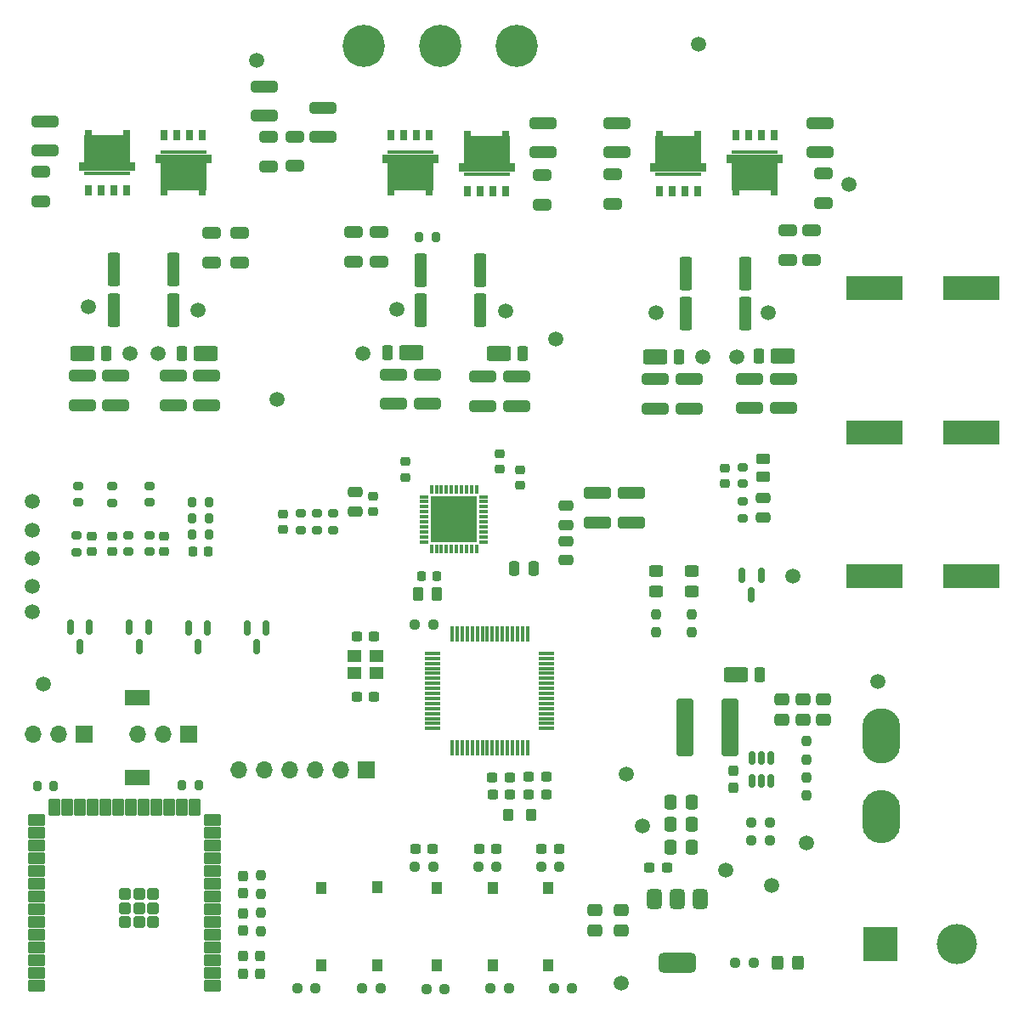
<source format=gbr>
%TF.GenerationSoftware,KiCad,Pcbnew,9.0.1*%
%TF.CreationDate,2025-04-18T15:35:09+02:00*%
%TF.ProjectId,BLDC_DRIVER,424c4443-5f44-4524-9956-45522e6b6963,rev?*%
%TF.SameCoordinates,Original*%
%TF.FileFunction,Soldermask,Top*%
%TF.FilePolarity,Negative*%
%FSLAX46Y46*%
G04 Gerber Fmt 4.6, Leading zero omitted, Abs format (unit mm)*
G04 Created by KiCad (PCBNEW 9.0.1) date 2025-04-18 15:35:09*
%MOMM*%
%LPD*%
G01*
G04 APERTURE LIST*
G04 Aperture macros list*
%AMRoundRect*
0 Rectangle with rounded corners*
0 $1 Rounding radius*
0 $2 $3 $4 $5 $6 $7 $8 $9 X,Y pos of 4 corners*
0 Add a 4 corners polygon primitive as box body*
4,1,4,$2,$3,$4,$5,$6,$7,$8,$9,$2,$3,0*
0 Add four circle primitives for the rounded corners*
1,1,$1+$1,$2,$3*
1,1,$1+$1,$4,$5*
1,1,$1+$1,$6,$7*
1,1,$1+$1,$8,$9*
0 Add four rect primitives between the rounded corners*
20,1,$1+$1,$2,$3,$4,$5,0*
20,1,$1+$1,$4,$5,$6,$7,0*
20,1,$1+$1,$6,$7,$8,$9,0*
20,1,$1+$1,$8,$9,$2,$3,0*%
%AMFreePoly0*
4,1,6,1.000000,0.000000,0.500000,-0.750000,-0.500000,-0.750000,-0.500000,0.750000,0.500000,0.750000,1.000000,0.000000,1.000000,0.000000,$1*%
%AMFreePoly1*
4,1,6,0.500000,-0.750000,-0.650000,-0.750000,-0.150000,0.000000,-0.650000,0.750000,0.500000,0.750000,0.500000,-0.750000,0.500000,-0.750000,$1*%
G04 Aperture macros list end*
%ADD10RoundRect,0.250000X0.275000X0.500000X-0.275000X0.500000X-0.275000X-0.500000X0.275000X-0.500000X0*%
%ADD11RoundRect,0.250000X0.950000X0.500000X-0.950000X0.500000X-0.950000X-0.500000X0.950000X-0.500000X0*%
%ADD12C,1.500000*%
%ADD13C,4.204000*%
%ADD14RoundRect,0.250000X0.475000X-0.250000X0.475000X0.250000X-0.475000X0.250000X-0.475000X-0.250000X0*%
%ADD15RoundRect,0.250000X0.337500X0.475000X-0.337500X0.475000X-0.337500X-0.475000X0.337500X-0.475000X0*%
%ADD16RoundRect,0.237500X0.300000X0.237500X-0.300000X0.237500X-0.300000X-0.237500X0.300000X-0.237500X0*%
%ADD17RoundRect,0.250000X-0.650000X0.325000X-0.650000X-0.325000X0.650000X-0.325000X0.650000X0.325000X0*%
%ADD18RoundRect,0.225000X0.250000X-0.225000X0.250000X0.225000X-0.250000X0.225000X-0.250000X-0.225000X0*%
%ADD19RoundRect,0.237500X-0.250000X-0.237500X0.250000X-0.237500X0.250000X0.237500X-0.250000X0.237500X0*%
%ADD20RoundRect,0.250000X1.075000X-0.312500X1.075000X0.312500X-1.075000X0.312500X-1.075000X-0.312500X0*%
%ADD21RoundRect,0.250000X0.450000X-0.262500X0.450000X0.262500X-0.450000X0.262500X-0.450000X-0.262500X0*%
%ADD22RoundRect,0.200000X-0.275000X0.200000X-0.275000X-0.200000X0.275000X-0.200000X0.275000X0.200000X0*%
%ADD23RoundRect,0.237500X0.250000X0.237500X-0.250000X0.237500X-0.250000X-0.237500X0.250000X-0.237500X0*%
%ADD24RoundRect,0.200000X-0.200000X-0.275000X0.200000X-0.275000X0.200000X0.275000X-0.200000X0.275000X0*%
%ADD25RoundRect,0.237500X0.237500X-0.250000X0.237500X0.250000X-0.237500X0.250000X-0.237500X-0.250000X0*%
%ADD26RoundRect,0.250000X0.250000X0.475000X-0.250000X0.475000X-0.250000X-0.475000X0.250000X-0.475000X0*%
%ADD27RoundRect,0.200000X0.275000X-0.200000X0.275000X0.200000X-0.275000X0.200000X-0.275000X-0.200000X0*%
%ADD28R,1.700000X1.700000*%
%ADD29O,1.700000X1.700000*%
%ADD30RoundRect,0.250000X1.100000X-0.325000X1.100000X0.325000X-1.100000X0.325000X-1.100000X-0.325000X0*%
%ADD31RoundRect,0.102000X0.750000X0.450000X-0.750000X0.450000X-0.750000X-0.450000X0.750000X-0.450000X0*%
%ADD32RoundRect,0.102000X0.450000X0.750000X-0.450000X0.750000X-0.450000X-0.750000X0.450000X-0.750000X0*%
%ADD33RoundRect,0.102000X0.450000X0.450000X-0.450000X0.450000X-0.450000X-0.450000X0.450000X-0.450000X0*%
%ADD34RoundRect,0.237500X-0.300000X-0.237500X0.300000X-0.237500X0.300000X0.237500X-0.300000X0.237500X0*%
%ADD35RoundRect,0.250000X-1.075000X0.312500X-1.075000X-0.312500X1.075000X-0.312500X1.075000X0.312500X0*%
%ADD36RoundRect,0.225000X-0.250000X0.225000X-0.250000X-0.225000X0.250000X-0.225000X0.250000X0.225000X0*%
%ADD37RoundRect,0.250000X-0.950000X-0.500000X0.950000X-0.500000X0.950000X0.500000X-0.950000X0.500000X0*%
%ADD38RoundRect,0.250000X-0.275000X-0.500000X0.275000X-0.500000X0.275000X0.500000X-0.275000X0.500000X0*%
%ADD39RoundRect,0.250000X-0.362500X-1.425000X0.362500X-1.425000X0.362500X1.425000X-0.362500X1.425000X0*%
%ADD40RoundRect,0.250000X0.362500X1.425000X-0.362500X1.425000X-0.362500X-1.425000X0.362500X-1.425000X0*%
%ADD41RoundRect,0.250000X-0.337500X-0.475000X0.337500X-0.475000X0.337500X0.475000X-0.337500X0.475000X0*%
%ADD42R,1.000000X1.250000*%
%ADD43RoundRect,0.150000X0.150000X-0.512500X0.150000X0.512500X-0.150000X0.512500X-0.150000X-0.512500X0*%
%ADD44RoundRect,0.150000X-0.150000X0.587500X-0.150000X-0.587500X0.150000X-0.587500X0.150000X0.587500X0*%
%ADD45RoundRect,0.250000X0.475000X-0.337500X0.475000X0.337500X-0.475000X0.337500X-0.475000X-0.337500X0*%
%ADD46RoundRect,0.250000X-0.450000X0.325000X-0.450000X-0.325000X0.450000X-0.325000X0.450000X0.325000X0*%
%ADD47RoundRect,0.075000X-0.700000X-0.075000X0.700000X-0.075000X0.700000X0.075000X-0.700000X0.075000X0*%
%ADD48RoundRect,0.075000X-0.075000X-0.700000X0.075000X-0.700000X0.075000X0.700000X-0.075000X0.700000X0*%
%ADD49RoundRect,0.237500X-0.237500X0.300000X-0.237500X-0.300000X0.237500X-0.300000X0.237500X0.300000X0*%
%ADD50R,0.750000X1.000000*%
%ADD51R,0.750000X0.475000*%
%ADD52R,4.560000X2.730000*%
%ADD53R,5.550000X0.910000*%
%ADD54R,4.560000X0.430000*%
%ADD55O,3.800000X5.500000*%
%ADD56O,3.800000X5.300000*%
%ADD57RoundRect,0.375000X-0.375000X0.625000X-0.375000X-0.625000X0.375000X-0.625000X0.375000X0.625000X0*%
%ADD58RoundRect,0.500000X-1.400000X0.500000X-1.400000X-0.500000X1.400000X-0.500000X1.400000X0.500000X0*%
%ADD59RoundRect,0.250000X0.650000X-0.325000X0.650000X0.325000X-0.650000X0.325000X-0.650000X-0.325000X0*%
%ADD60RoundRect,0.250000X0.275000X0.350000X-0.275000X0.350000X-0.275000X-0.350000X0.275000X-0.350000X0*%
%ADD61RoundRect,0.237500X0.237500X-0.300000X0.237500X0.300000X-0.237500X0.300000X-0.237500X-0.300000X0*%
%ADD62RoundRect,0.200000X0.200000X0.275000X-0.200000X0.275000X-0.200000X-0.275000X0.200000X-0.275000X0*%
%ADD63FreePoly0,0.000000*%
%ADD64FreePoly1,0.000000*%
%ADD65R,5.650000X2.350000*%
%ADD66RoundRect,0.250000X-0.262500X-0.450000X0.262500X-0.450000X0.262500X0.450000X-0.262500X0.450000X0*%
%ADD67R,0.900000X0.300000*%
%ADD68R,0.300000X0.900000*%
%ADD69R,4.600000X4.600000*%
%ADD70RoundRect,0.225000X0.225000X0.250000X-0.225000X0.250000X-0.225000X-0.250000X0.225000X-0.250000X0*%
%ADD71R,3.500000X3.500000*%
%ADD72C,4.000000*%
%ADD73R,1.400000X1.200000*%
%ADD74RoundRect,0.250000X-0.475000X0.250000X-0.475000X-0.250000X0.475000X-0.250000X0.475000X0.250000X0*%
%ADD75RoundRect,0.250000X0.325000X0.450000X-0.325000X0.450000X-0.325000X-0.450000X0.325000X-0.450000X0*%
%ADD76RoundRect,0.250000X-0.475000X0.337500X-0.475000X-0.337500X0.475000X-0.337500X0.475000X0.337500X0*%
%ADD77RoundRect,0.250000X0.600000X2.600000X-0.600000X2.600000X-0.600000X-2.600000X0.600000X-2.600000X0*%
G04 APERTURE END LIST*
%TO.C,JP2*%
G36*
X134075000Y-89100000D02*
G01*
X136525000Y-89100000D01*
X136525000Y-90600000D01*
X134075000Y-90600000D01*
X134075000Y-89100000D01*
G37*
%TO.C,JP1*%
G36*
X134075000Y-81150000D02*
G01*
X136525000Y-81150000D01*
X136525000Y-82650000D01*
X134075000Y-82650000D01*
X134075000Y-81150000D01*
G37*
%TD*%
D10*
%TO.C,D1*%
X197325000Y-79600000D03*
D11*
X194950000Y-79600000D03*
%TD*%
D12*
%TO.C,TP102*%
X157800000Y-47600000D03*
%TD*%
D13*
%TO.C,J104*%
X173100000Y-16950000D03*
X165480000Y-16950000D03*
X157860000Y-16950000D03*
%TD*%
D14*
%TO.C,C112*%
X157000000Y-63350000D03*
X157000000Y-61450000D03*
%TD*%
D12*
%TO.C,TP122*%
X124800000Y-68000000D03*
%TD*%
D15*
%TO.C,C6*%
X190537500Y-94562500D03*
X188462500Y-94562500D03*
%TD*%
D14*
%TO.C,C110*%
X178000000Y-64700000D03*
X178000000Y-62800000D03*
%TD*%
D16*
%TO.C,C12*%
X176037500Y-91575000D03*
X174312500Y-91575000D03*
%TD*%
D17*
%TO.C,C133*%
X145505000Y-35616500D03*
X145505000Y-38566500D03*
%TD*%
D18*
%TO.C,C124*%
X173400000Y-60775000D03*
X173400000Y-59225000D03*
%TD*%
D19*
%TO.C,R4*%
X196487500Y-94362500D03*
X198312500Y-94362500D03*
%TD*%
D20*
%TO.C,R142*%
X133137224Y-52783500D03*
X133137224Y-49858500D03*
%TD*%
D21*
%TO.C,R105*%
X197625000Y-59912500D03*
X197625000Y-58087500D03*
%TD*%
D12*
%TO.C,TP118*%
X130400000Y-43000000D03*
%TD*%
D19*
%TO.C,R11*%
X169275000Y-98800000D03*
X171100000Y-98800000D03*
%TD*%
D17*
%TO.C,C121*%
X175600000Y-29825000D03*
X175600000Y-32775000D03*
%TD*%
D22*
%TO.C,R125*%
X136525000Y-60825000D03*
X136525000Y-62475000D03*
%TD*%
D20*
%TO.C,R114*%
X169700000Y-52862500D03*
X169700000Y-49937500D03*
%TD*%
D12*
%TO.C,TP117*%
X172000000Y-43400000D03*
%TD*%
D20*
%TO.C,R110*%
X196262922Y-53059191D03*
X196262922Y-50134191D03*
%TD*%
D12*
%TO.C,TP125*%
X124800000Y-70800000D03*
%TD*%
%TO.C,TP112*%
X134600000Y-47600000D03*
%TD*%
D23*
%TO.C,R3*%
X198312500Y-96162500D03*
X196487500Y-96162500D03*
%TD*%
D17*
%TO.C,C132*%
X125705000Y-29516500D03*
X125705000Y-32466500D03*
%TD*%
D12*
%TO.C,TP2*%
X202000000Y-96400000D03*
%TD*%
D24*
%TO.C,R9*%
X139750000Y-90600000D03*
X141400000Y-90600000D03*
%TD*%
D12*
%TO.C,TP9*%
X149200000Y-52200000D03*
%TD*%
D25*
%TO.C,R18*%
X147600000Y-105162500D03*
X147600000Y-103337500D03*
%TD*%
D26*
%TO.C,C107*%
X174775000Y-69075000D03*
X172875000Y-69075000D03*
%TD*%
D19*
%TO.C,R12*%
X162950000Y-98750000D03*
X164775000Y-98750000D03*
%TD*%
D18*
%TO.C,C125*%
X193800000Y-60575000D03*
X193800000Y-59025000D03*
%TD*%
D27*
%TO.C,R134*%
X129200000Y-67425000D03*
X129200000Y-65775000D03*
%TD*%
D20*
%TO.C,R138*%
X190286096Y-53100000D03*
X190286096Y-50175000D03*
%TD*%
D28*
%TO.C,J2*%
X129990000Y-85600000D03*
D29*
X127450000Y-85600000D03*
X124910000Y-85600000D03*
%TD*%
D27*
%TO.C,R129*%
X195600000Y-60625000D03*
X195600000Y-58975000D03*
%TD*%
%TO.C,R124*%
X195625000Y-64025000D03*
X195625000Y-62375000D03*
%TD*%
D30*
%TO.C,C109*%
X181100000Y-64475000D03*
X181100000Y-61525000D03*
%TD*%
D31*
%TO.C,U2*%
X142750000Y-110610000D03*
X142750000Y-109340000D03*
X142750000Y-108070000D03*
X142750000Y-106800000D03*
X142750000Y-105530000D03*
X142750000Y-104260000D03*
X142750000Y-102990000D03*
X142750000Y-101720000D03*
X142750000Y-100450000D03*
X142750000Y-99180000D03*
X142750000Y-97910000D03*
X142750000Y-96640000D03*
X142750000Y-95370000D03*
X142750000Y-94100000D03*
D32*
X140985000Y-92850000D03*
X139715000Y-92850000D03*
X138445000Y-92850000D03*
X137175000Y-92850000D03*
X135905000Y-92850000D03*
X134635000Y-92850000D03*
X133365000Y-92850000D03*
X132095000Y-92850000D03*
X130825000Y-92850000D03*
X129555000Y-92850000D03*
X128285000Y-92850000D03*
X127015000Y-92850000D03*
D31*
X125250000Y-94100000D03*
X125250000Y-95370000D03*
X125250000Y-96640000D03*
X125250000Y-97910000D03*
X125250000Y-99180000D03*
X125250000Y-100450000D03*
X125250000Y-101720000D03*
X125250000Y-102990000D03*
X125250000Y-104260000D03*
X125250000Y-105530000D03*
X125250000Y-106800000D03*
X125250000Y-108070000D03*
X125250000Y-109340000D03*
X125250000Y-110610000D03*
D33*
X136900000Y-104290000D03*
X135500000Y-104290000D03*
X134100000Y-104290000D03*
X136900000Y-102890000D03*
X135500000Y-102890000D03*
X134100000Y-102890000D03*
X136900000Y-101490000D03*
X135500000Y-101490000D03*
X134100000Y-101490000D03*
%TD*%
D12*
%TO.C,TP114*%
X161200000Y-43200000D03*
%TD*%
%TO.C,TP121*%
X124800000Y-73400000D03*
%TD*%
D19*
%TO.C,R16*%
X194887500Y-108350000D03*
X196712500Y-108350000D03*
%TD*%
D22*
%TO.C,R123*%
X151600000Y-63575000D03*
X151600000Y-65225000D03*
%TD*%
D34*
%TO.C,C13*%
X175587500Y-97000000D03*
X177312500Y-97000000D03*
%TD*%
D12*
%TO.C,TP119*%
X187000000Y-43600000D03*
%TD*%
D35*
%TO.C,R112*%
X126110000Y-24496000D03*
X126110000Y-27421000D03*
%TD*%
D36*
%TO.C,C129*%
X130800000Y-65800000D03*
X130800000Y-67350000D03*
%TD*%
D37*
%TO.C,D105*%
X142124279Y-47591500D03*
D38*
X139749279Y-47591500D03*
%TD*%
D39*
%TO.C,R119*%
X132942500Y-43291500D03*
X138867500Y-43291500D03*
%TD*%
D11*
%TO.C,D102*%
X186911096Y-47937500D03*
D10*
X189286096Y-47937500D03*
%TD*%
D40*
%TO.C,R118*%
X169462500Y-39337500D03*
X163537500Y-39337500D03*
%TD*%
D20*
%TO.C,R141*%
X138874279Y-52754000D03*
X138874279Y-49829000D03*
%TD*%
D11*
%TO.C,D104*%
X171300000Y-47637500D03*
D10*
X173675000Y-47637500D03*
%TD*%
D22*
%TO.C,R127*%
X132800000Y-60850000D03*
X132800000Y-62500000D03*
%TD*%
D20*
%TO.C,R113*%
X203300000Y-27600000D03*
X203300000Y-24675000D03*
%TD*%
D41*
%TO.C,C7*%
X188462500Y-96800000D03*
X190537500Y-96800000D03*
%TD*%
D17*
%TO.C,C116*%
X202500000Y-35362500D03*
X202500000Y-38312500D03*
%TD*%
D42*
%TO.C,SW4*%
X159250000Y-108575000D03*
X159250000Y-100825000D03*
%TD*%
D19*
%TO.C,R5*%
X175537500Y-98750000D03*
X177362500Y-98750000D03*
%TD*%
D43*
%TO.C,U3*%
X196550000Y-90200000D03*
X197500000Y-90200000D03*
X198450000Y-90200000D03*
X198450000Y-87925000D03*
X197500000Y-87925000D03*
X196550000Y-87925000D03*
%TD*%
D25*
%TO.C,R2*%
X202000000Y-91675000D03*
X202000000Y-89850000D03*
%TD*%
D39*
%TO.C,R120*%
X132942500Y-39221000D03*
X138867500Y-39221000D03*
%TD*%
D34*
%TO.C,C22*%
X170662500Y-89875000D03*
X172387500Y-89875000D03*
%TD*%
D42*
%TO.C,SW1*%
X176250000Y-108625000D03*
X176250000Y-100875000D03*
%TD*%
D24*
%TO.C,R131*%
X140775000Y-65650000D03*
X142425000Y-65650000D03*
%TD*%
D12*
%TO.C,TP3*%
X198500000Y-100600000D03*
%TD*%
%TO.C,TP123*%
X124800000Y-65200000D03*
%TD*%
D20*
%TO.C,R137*%
X199662922Y-53059191D03*
X199662922Y-50134191D03*
%TD*%
D17*
%TO.C,C115*%
X142705000Y-35616500D03*
X142705000Y-38566500D03*
%TD*%
D20*
%TO.C,R109*%
X142174279Y-52754000D03*
X142174279Y-49829000D03*
%TD*%
D44*
%TO.C,D111*%
X197450000Y-69762500D03*
X195550000Y-69762500D03*
X196500000Y-71637500D03*
%TD*%
D45*
%TO.C,C9*%
X180850000Y-105137500D03*
X180850000Y-103062500D03*
%TD*%
D46*
%TO.C,D3*%
X190500000Y-69275000D03*
X190500000Y-71325000D03*
%TD*%
D47*
%TO.C,U4*%
X164750000Y-77500000D03*
X164750000Y-78000000D03*
X164750000Y-78500000D03*
X164750000Y-79000000D03*
X164750000Y-79500000D03*
X164750000Y-80000000D03*
X164750000Y-80500000D03*
X164750000Y-81000000D03*
X164750000Y-81500000D03*
X164750000Y-82000000D03*
X164750000Y-82500000D03*
X164750000Y-83000000D03*
X164750000Y-83500000D03*
X164750000Y-84000000D03*
X164750000Y-84500000D03*
X164750000Y-85000000D03*
D48*
X166675000Y-86925000D03*
X167175000Y-86925000D03*
X167675000Y-86925000D03*
X168175000Y-86925000D03*
X168675000Y-86925000D03*
X169175000Y-86925000D03*
X169675000Y-86925000D03*
X170175000Y-86925000D03*
X170675000Y-86925000D03*
X171175000Y-86925000D03*
X171675000Y-86925000D03*
X172175000Y-86925000D03*
X172675000Y-86925000D03*
X173175000Y-86925000D03*
X173675000Y-86925000D03*
X174175000Y-86925000D03*
D47*
X176100000Y-85000000D03*
X176100000Y-84500000D03*
X176100000Y-84000000D03*
X176100000Y-83500000D03*
X176100000Y-83000000D03*
X176100000Y-82500000D03*
X176100000Y-82000000D03*
X176100000Y-81500000D03*
X176100000Y-81000000D03*
X176100000Y-80500000D03*
X176100000Y-80000000D03*
X176100000Y-79500000D03*
X176100000Y-79000000D03*
X176100000Y-78500000D03*
X176100000Y-78000000D03*
X176100000Y-77500000D03*
D48*
X174175000Y-75575000D03*
X173675000Y-75575000D03*
X173175000Y-75575000D03*
X172675000Y-75575000D03*
X172175000Y-75575000D03*
X171675000Y-75575000D03*
X171175000Y-75575000D03*
X170675000Y-75575000D03*
X170175000Y-75575000D03*
X169675000Y-75575000D03*
X169175000Y-75575000D03*
X168675000Y-75575000D03*
X168175000Y-75575000D03*
X167675000Y-75575000D03*
X167175000Y-75575000D03*
X166675000Y-75575000D03*
%TD*%
D12*
%TO.C,TP113*%
X191600000Y-48000000D03*
%TD*%
D17*
%TO.C,C117*%
X156800000Y-35562500D03*
X156800000Y-38512500D03*
%TD*%
D49*
%TO.C,C15*%
X147550000Y-107687500D03*
X147550000Y-109412500D03*
%TD*%
D50*
%TO.C,Q101*%
X198710000Y-25870500D03*
X197440000Y-25870500D03*
X196170000Y-25870500D03*
X194900000Y-25870500D03*
D51*
X198710000Y-31628500D03*
D52*
X196805000Y-30028500D03*
D53*
X196805000Y-28213500D03*
D54*
X196805000Y-27548500D03*
D51*
X194900000Y-31628500D03*
%TD*%
D22*
%TO.C,R104*%
X154800000Y-63575000D03*
X154800000Y-65225000D03*
%TD*%
D16*
%TO.C,C11*%
X176037500Y-89825000D03*
X174312500Y-89825000D03*
%TD*%
D12*
%TO.C,TP4*%
X193900000Y-99100000D03*
%TD*%
D16*
%TO.C,C8*%
X188062500Y-98875000D03*
X186337500Y-98875000D03*
%TD*%
D20*
%TO.C,R139*%
X160808115Y-52662500D03*
X160808115Y-49737500D03*
%TD*%
D17*
%TO.C,C114*%
X200100000Y-35362500D03*
X200100000Y-38312500D03*
%TD*%
D12*
%TO.C,TP6*%
X183550000Y-110400000D03*
%TD*%
D22*
%TO.C,R130*%
X129400000Y-60825000D03*
X129400000Y-62475000D03*
%TD*%
D55*
%TO.C,F1*%
X209400000Y-85750000D03*
D56*
X209400000Y-93750000D03*
%TD*%
D15*
%TO.C,C5*%
X190537500Y-92362500D03*
X188462500Y-92362500D03*
%TD*%
D39*
%TO.C,R121*%
X189937500Y-43637500D03*
X195862500Y-43637500D03*
%TD*%
D57*
%TO.C,U1*%
X191400000Y-102000000D03*
X189100000Y-102000000D03*
D58*
X189100000Y-108300000D03*
D57*
X186800000Y-102000000D03*
%TD*%
D27*
%TO.C,R133*%
X134400000Y-67375000D03*
X134400000Y-65725000D03*
%TD*%
D22*
%TO.C,R103*%
X153200000Y-63575000D03*
X153200000Y-65225000D03*
%TD*%
D20*
%TO.C,R140*%
X173100000Y-52862500D03*
X173100000Y-49937500D03*
%TD*%
D23*
%TO.C,R20*%
X153062500Y-110900000D03*
X151237500Y-110900000D03*
%TD*%
D42*
%TO.C,SW2*%
X170700000Y-108625000D03*
X170700000Y-100875000D03*
%TD*%
D35*
%TO.C,R107*%
X183100000Y-24675000D03*
X183100000Y-27600000D03*
%TD*%
D34*
%TO.C,C16*%
X157187500Y-75850000D03*
X158912500Y-75850000D03*
%TD*%
D25*
%TO.C,R10*%
X187000000Y-75440000D03*
X187000000Y-73615000D03*
%TD*%
D24*
%TO.C,R128*%
X140775000Y-64050000D03*
X142425000Y-64050000D03*
%TD*%
D59*
%TO.C,C118*%
X203700000Y-32612500D03*
X203700000Y-29662500D03*
%TD*%
D12*
%TO.C,TP120*%
X200600000Y-69800000D03*
%TD*%
D49*
%TO.C,C4*%
X194700000Y-89200000D03*
X194700000Y-90925000D03*
%TD*%
D30*
%TO.C,C135*%
X184500000Y-64475000D03*
X184500000Y-61525000D03*
%TD*%
D19*
%TO.C,R13*%
X170487500Y-110900000D03*
X172312500Y-110900000D03*
%TD*%
D12*
%TO.C,TP110*%
X191200000Y-16800000D03*
%TD*%
D50*
%TO.C,Q105*%
X141810000Y-25863000D03*
X140540000Y-25863000D03*
X139270000Y-25863000D03*
X138000000Y-25863000D03*
D51*
X141810000Y-31621000D03*
D52*
X139905000Y-30021000D03*
D53*
X139905000Y-28206000D03*
D54*
X139905000Y-27541000D03*
D51*
X138000000Y-31621000D03*
%TD*%
D60*
%TO.C,FB1*%
X174525000Y-93625000D03*
X172225000Y-93625000D03*
%TD*%
D59*
%TO.C,C131*%
X148369129Y-28973771D03*
X148369129Y-26023771D03*
%TD*%
D61*
%TO.C,C20*%
X145850000Y-101412500D03*
X145850000Y-99687500D03*
%TD*%
D18*
%TO.C,C126*%
X149800000Y-65175000D03*
X149800000Y-63625000D03*
%TD*%
D42*
%TO.C,SW3*%
X165100000Y-108625000D03*
X165100000Y-100875000D03*
%TD*%
D20*
%TO.C,R116*%
X186886096Y-53100000D03*
X186886096Y-50175000D03*
%TD*%
D44*
%TO.C,D109*%
X142283333Y-74987500D03*
X140383333Y-74987500D03*
X141333333Y-76862500D03*
%TD*%
D12*
%TO.C,TP111*%
X177000000Y-46200000D03*
%TD*%
D37*
%TO.C,D103*%
X162583115Y-47537500D03*
D38*
X160208115Y-47537500D03*
%TD*%
D62*
%TO.C,R8*%
X126975000Y-90700000D03*
X125325000Y-90700000D03*
%TD*%
D35*
%TO.C,R111*%
X175700000Y-24675000D03*
X175700000Y-27600000D03*
%TD*%
D63*
%TO.C,JP2*%
X134575000Y-89850000D03*
D64*
X136025000Y-89850000D03*
%TD*%
D20*
%TO.C,R108*%
X164208115Y-52662500D03*
X164208115Y-49737500D03*
%TD*%
D50*
%TO.C,Q102*%
X187290000Y-31437500D03*
X188560000Y-31437500D03*
X189830000Y-31437500D03*
X191100000Y-31437500D03*
D51*
X187290000Y-25679500D03*
D52*
X189195000Y-27279500D03*
D53*
X189195000Y-29094500D03*
D54*
X189195000Y-29759500D03*
D51*
X191100000Y-25679500D03*
%TD*%
D12*
%TO.C,TP103*%
X137400000Y-47600000D03*
%TD*%
D45*
%TO.C,C10*%
X183550000Y-105137500D03*
X183550000Y-103062500D03*
%TD*%
D12*
%TO.C,TP8*%
X125900000Y-80600000D03*
%TD*%
D25*
%TO.C,R15*%
X190560000Y-75440000D03*
X190560000Y-73615000D03*
%TD*%
D23*
%TO.C,R14*%
X165912500Y-110950000D03*
X164087500Y-110950000D03*
%TD*%
D61*
%TO.C,C23*%
X145850000Y-105112500D03*
X145850000Y-103387500D03*
%TD*%
D63*
%TO.C,JP1*%
X134575000Y-81900000D03*
D64*
X136025000Y-81900000D03*
%TD*%
D36*
%TO.C,C123*%
X162000000Y-58425000D03*
X162000000Y-59975000D03*
%TD*%
D12*
%TO.C,TP108*%
X147200000Y-18400000D03*
%TD*%
D44*
%TO.C,D107*%
X130550000Y-74925000D03*
X128650000Y-74925000D03*
X129600000Y-76800000D03*
%TD*%
D12*
%TO.C,TP115*%
X141305000Y-43354000D03*
%TD*%
D27*
%TO.C,R132*%
X136525000Y-67400000D03*
X136525000Y-65750000D03*
%TD*%
D17*
%TO.C,C119*%
X182700000Y-29762500D03*
X182700000Y-32712500D03*
%TD*%
D65*
%TO.C,C104*%
X208700000Y-55500000D03*
X218400000Y-55500000D03*
%TD*%
D12*
%TO.C,TP104*%
X195000000Y-48000000D03*
%TD*%
D28*
%TO.C,J3*%
X140440000Y-85550000D03*
D29*
X137900000Y-85550000D03*
X135360000Y-85550000D03*
%TD*%
D66*
%TO.C,R101*%
X163287500Y-71600000D03*
X165112500Y-71600000D03*
%TD*%
D14*
%TO.C,C134*%
X197625000Y-63950000D03*
X197625000Y-62050000D03*
%TD*%
D45*
%TO.C,C1*%
X199500000Y-84137500D03*
X199500000Y-82062500D03*
%TD*%
D25*
%TO.C,R1*%
X202000000Y-88075000D03*
X202000000Y-86250000D03*
%TD*%
D39*
%TO.C,R122*%
X189937500Y-39637500D03*
X195862500Y-39637500D03*
%TD*%
D67*
%TO.C,IC101*%
X169800000Y-66400000D03*
X169800000Y-65900000D03*
X169800000Y-65400000D03*
X169800000Y-64900000D03*
X169800000Y-64400000D03*
X169800000Y-63900000D03*
X169800000Y-63400000D03*
X169800000Y-62900000D03*
X169800000Y-62400000D03*
X169800000Y-61900000D03*
D68*
X169100000Y-61200000D03*
X168600000Y-61200000D03*
X168100000Y-61200000D03*
X167600000Y-61200000D03*
X167100000Y-61200000D03*
X166600000Y-61200000D03*
X166100000Y-61200000D03*
X165600000Y-61200000D03*
X165100000Y-61200000D03*
X164600000Y-61200000D03*
D67*
X163900000Y-61900000D03*
X163900000Y-62400000D03*
X163900000Y-62900000D03*
X163900000Y-63400000D03*
X163900000Y-63900000D03*
X163900000Y-64400000D03*
X163900000Y-64900000D03*
X163900000Y-65400000D03*
X163900000Y-65900000D03*
X163900000Y-66400000D03*
D68*
X164600000Y-67100000D03*
X165100000Y-67100000D03*
X165600000Y-67100000D03*
X166100000Y-67100000D03*
X166600000Y-67100000D03*
X167100000Y-67100000D03*
X167600000Y-67100000D03*
X168100000Y-67100000D03*
X168600000Y-67100000D03*
X169100000Y-67100000D03*
D69*
X166850000Y-64150000D03*
%TD*%
D23*
%TO.C,R19*%
X159512500Y-110850000D03*
X157687500Y-110850000D03*
%TD*%
D24*
%TO.C,R126*%
X140775000Y-62450000D03*
X142425000Y-62450000D03*
%TD*%
%TO.C,TH101*%
X163375000Y-36000000D03*
X165025000Y-36000000D03*
%TD*%
D70*
%TO.C,C101*%
X165150000Y-69800000D03*
X163600000Y-69800000D03*
%TD*%
D45*
%TO.C,C2*%
X201600000Y-84137500D03*
X201600000Y-82062500D03*
%TD*%
D20*
%TO.C,R115*%
X129837224Y-52783500D03*
X129837224Y-49858500D03*
%TD*%
D44*
%TO.C,D110*%
X148150000Y-74987500D03*
X146250000Y-74987500D03*
X147200000Y-76862500D03*
%TD*%
D12*
%TO.C,TP7*%
X184000000Y-89500000D03*
%TD*%
D46*
%TO.C,D2*%
X186980000Y-69275000D03*
X186980000Y-71325000D03*
%TD*%
D42*
%TO.C,SW5*%
X153650000Y-108625000D03*
X153650000Y-100875000D03*
%TD*%
D71*
%TO.C,J1*%
X209340000Y-106500000D03*
D72*
X216960000Y-106500000D03*
%TD*%
D49*
%TO.C,C14*%
X145800000Y-107687500D03*
X145800000Y-109412500D03*
%TD*%
D16*
%TO.C,C17*%
X158912500Y-81800000D03*
X157187500Y-81800000D03*
%TD*%
D36*
%TO.C,C122*%
X171400000Y-57625000D03*
X171400000Y-59175000D03*
%TD*%
D12*
%TO.C,TP5*%
X185600000Y-94700000D03*
%TD*%
D73*
%TO.C,Y1*%
X159100000Y-77750000D03*
X156900000Y-77750000D03*
X156900000Y-79450000D03*
X159100000Y-79450000D03*
%TD*%
D19*
%TO.C,R7*%
X176787500Y-110850000D03*
X178612500Y-110850000D03*
%TD*%
D25*
%TO.C,R17*%
X147650000Y-101462500D03*
X147650000Y-99637500D03*
%TD*%
D12*
%TO.C,TP1*%
X209100000Y-80300000D03*
%TD*%
D74*
%TO.C,C108*%
X178000000Y-66300000D03*
X178000000Y-68200000D03*
%TD*%
D11*
%TO.C,D106*%
X129862224Y-47621000D03*
D10*
X132237224Y-47621000D03*
%TD*%
D50*
%TO.C,Q106*%
X130400000Y-31379000D03*
X131670000Y-31379000D03*
X132940000Y-31379000D03*
X134210000Y-31379000D03*
D51*
X130400000Y-25621000D03*
D52*
X132305000Y-27221000D03*
D53*
X132305000Y-29036000D03*
D54*
X132305000Y-29701000D03*
D51*
X134210000Y-25621000D03*
%TD*%
D36*
%TO.C,C128*%
X132800000Y-65800000D03*
X132800000Y-67350000D03*
%TD*%
D34*
%TO.C,C21*%
X170712500Y-91575000D03*
X172437500Y-91575000D03*
%TD*%
D65*
%TO.C,C106*%
X208700000Y-69800000D03*
X218400000Y-69800000D03*
%TD*%
D44*
%TO.C,D108*%
X136416667Y-74925000D03*
X134516667Y-74925000D03*
X135466667Y-76800000D03*
%TD*%
D17*
%TO.C,C113*%
X159400000Y-35562500D03*
X159400000Y-38512500D03*
%TD*%
D75*
%TO.C,D4*%
X201152500Y-108300000D03*
X199102500Y-108300000D03*
%TD*%
D12*
%TO.C,TP124*%
X124800000Y-62400000D03*
%TD*%
D50*
%TO.C,Q104*%
X168200000Y-31437500D03*
X169470000Y-31437500D03*
X170740000Y-31437500D03*
X172010000Y-31437500D03*
D51*
X168200000Y-25679500D03*
D52*
X170105000Y-27279500D03*
D53*
X170105000Y-29094500D03*
D54*
X170105000Y-29759500D03*
D51*
X172010000Y-25679500D03*
%TD*%
D18*
%TO.C,C111*%
X158800000Y-63375000D03*
X158800000Y-61825000D03*
%TD*%
D34*
%TO.C,C19*%
X163000000Y-96950000D03*
X164725000Y-96950000D03*
%TD*%
D76*
%TO.C,C3*%
X203700000Y-82062500D03*
X203700000Y-84137500D03*
%TD*%
D37*
%TO.C,D101*%
X199612922Y-47896691D03*
D38*
X197237922Y-47896691D03*
%TD*%
D50*
%TO.C,Q103*%
X164415000Y-25891500D03*
X163145000Y-25891500D03*
X161875000Y-25891500D03*
X160605000Y-25891500D03*
D51*
X164415000Y-31649500D03*
D52*
X162510000Y-30049500D03*
D53*
X162510000Y-28234500D03*
D54*
X162510000Y-27569500D03*
D51*
X160605000Y-31649500D03*
%TD*%
D77*
%TO.C,L1*%
X194350000Y-84862500D03*
X189850000Y-84862500D03*
%TD*%
D12*
%TO.C,TP101*%
X206200000Y-30800000D03*
%TD*%
D28*
%TO.C,J4*%
X158140000Y-89100000D03*
D29*
X155600000Y-89100000D03*
X153060000Y-89100000D03*
X150520000Y-89100000D03*
X147980000Y-89100000D03*
X145440000Y-89100000D03*
%TD*%
D35*
%TO.C,R135*%
X153800000Y-23137500D03*
X153800000Y-26062500D03*
%TD*%
D19*
%TO.C,R6*%
X162962500Y-74625000D03*
X164787500Y-74625000D03*
%TD*%
D70*
%TO.C,C130*%
X142350000Y-67350000D03*
X140800000Y-67350000D03*
%TD*%
D65*
%TO.C,C105*%
X208725000Y-41150000D03*
X218425000Y-41150000D03*
%TD*%
D36*
%TO.C,C127*%
X138000000Y-65800000D03*
X138000000Y-67350000D03*
%TD*%
D40*
%TO.C,R117*%
X169462500Y-43337500D03*
X163537500Y-43337500D03*
%TD*%
D59*
%TO.C,C120*%
X151000000Y-28950000D03*
X151000000Y-26000000D03*
%TD*%
D34*
%TO.C,C18*%
X169337500Y-97000000D03*
X171062500Y-97000000D03*
%TD*%
D20*
%TO.C,R136*%
X147974129Y-23961271D03*
X147974129Y-21036271D03*
%TD*%
D12*
%TO.C,TP116*%
X198200000Y-43600000D03*
%TD*%
M02*

</source>
